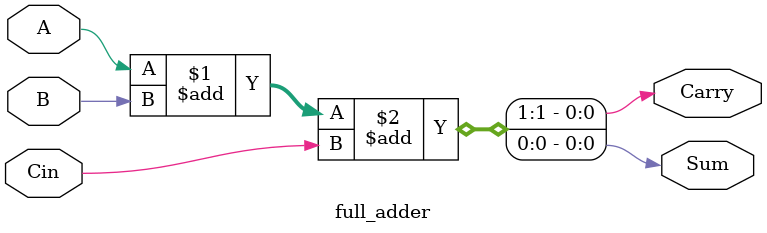
<source format=v>
`timescale 1ns / 1ps


module full_adder(A, B, Cin, Sum, Carry);
    input A, B, Cin;
    output Sum, Carry;
    
    assign {Carry, Sum} = A + B + Cin;
endmodule

</source>
